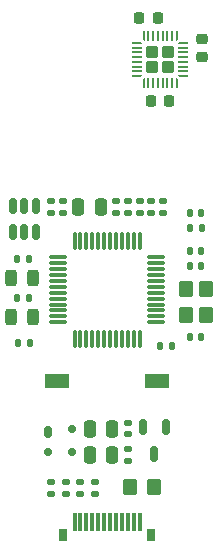
<source format=gbr>
%TF.GenerationSoftware,KiCad,Pcbnew,9.0.2+1*%
%TF.CreationDate,2025-08-04T10:31:06+02:00*%
%TF.ProjectId,ts13_dev_kit,74733133-5f64-4657-965f-6b69742e6b69,rev?*%
%TF.SameCoordinates,Original*%
%TF.FileFunction,Paste,Top*%
%TF.FilePolarity,Positive*%
%FSLAX46Y46*%
G04 Gerber Fmt 4.6, Leading zero omitted, Abs format (unit mm)*
G04 Created by KiCad (PCBNEW 9.0.2+1) date 2025-08-04 10:31:06*
%MOMM*%
%LPD*%
G01*
G04 APERTURE LIST*
G04 Aperture macros list*
%AMRoundRect*
0 Rectangle with rounded corners*
0 $1 Rounding radius*
0 $2 $3 $4 $5 $6 $7 $8 $9 X,Y pos of 4 corners*
0 Add a 4 corners polygon primitive as box body*
4,1,4,$2,$3,$4,$5,$6,$7,$8,$9,$2,$3,0*
0 Add four circle primitives for the rounded corners*
1,1,$1+$1,$2,$3*
1,1,$1+$1,$4,$5*
1,1,$1+$1,$6,$7*
1,1,$1+$1,$8,$9*
0 Add four rect primitives between the rounded corners*
20,1,$1+$1,$2,$3,$4,$5,0*
20,1,$1+$1,$4,$5,$6,$7,0*
20,1,$1+$1,$6,$7,$8,$9,0*
20,1,$1+$1,$8,$9,$2,$3,0*%
%AMFreePoly0*
4,1,14,0.314644,0.085355,0.385355,0.014644,0.400000,-0.020711,0.400000,-0.050000,0.385355,-0.085355,0.350000,-0.100000,-0.350000,-0.100000,-0.385355,-0.085355,-0.400000,-0.050000,-0.400000,0.050000,-0.385355,0.085355,-0.350000,0.100000,0.279289,0.100000,0.314644,0.085355,0.314644,0.085355,$1*%
%AMFreePoly1*
4,1,14,0.385355,0.085355,0.400000,0.050000,0.400000,0.020711,0.385355,-0.014644,0.314644,-0.085355,0.279289,-0.100000,-0.350000,-0.100000,-0.385355,-0.085355,-0.400000,-0.050000,-0.400000,0.050000,-0.385355,0.085355,-0.350000,0.100000,0.350000,0.100000,0.385355,0.085355,0.385355,0.085355,$1*%
%AMFreePoly2*
4,1,14,0.085355,0.385355,0.100000,0.350000,0.100000,-0.350000,0.085355,-0.385355,0.050000,-0.400000,-0.050000,-0.400000,-0.085355,-0.385355,-0.100000,-0.350000,-0.100000,0.279289,-0.085355,0.314644,-0.014644,0.385355,0.020711,0.400000,0.050000,0.400000,0.085355,0.385355,0.085355,0.385355,$1*%
%AMFreePoly3*
4,1,14,0.014644,0.385355,0.085355,0.314644,0.100000,0.279289,0.100000,-0.350000,0.085355,-0.385355,0.050000,-0.400000,-0.050000,-0.400000,-0.085355,-0.385355,-0.100000,-0.350000,-0.100000,0.350000,-0.085355,0.385355,-0.050000,0.400000,-0.020711,0.400000,0.014644,0.385355,0.014644,0.385355,$1*%
%AMFreePoly4*
4,1,14,0.385355,0.085355,0.400000,0.050000,0.400000,-0.050000,0.385355,-0.085355,0.350000,-0.100000,-0.279289,-0.100000,-0.314644,-0.085355,-0.385355,-0.014644,-0.400000,0.020711,-0.400000,0.050000,-0.385355,0.085355,-0.350000,0.100000,0.350000,0.100000,0.385355,0.085355,0.385355,0.085355,$1*%
%AMFreePoly5*
4,1,14,0.385355,0.085355,0.400000,0.050000,0.400000,-0.050000,0.385355,-0.085355,0.350000,-0.100000,-0.350000,-0.100000,-0.385355,-0.085355,-0.400000,-0.050000,-0.400000,-0.020711,-0.385355,0.014644,-0.314644,0.085355,-0.279289,0.100000,0.350000,0.100000,0.385355,0.085355,0.385355,0.085355,$1*%
%AMFreePoly6*
4,1,14,0.085355,0.385355,0.100000,0.350000,0.100000,-0.279289,0.085355,-0.314644,0.014644,-0.385355,-0.020711,-0.400000,-0.050000,-0.400000,-0.085355,-0.385355,-0.100000,-0.350000,-0.100000,0.350000,-0.085355,0.385355,-0.050000,0.400000,0.050000,0.400000,0.085355,0.385355,0.085355,0.385355,$1*%
%AMFreePoly7*
4,1,14,0.085355,0.385355,0.100000,0.350000,0.100000,-0.350000,0.085355,-0.385355,0.050000,-0.400000,0.020711,-0.400000,-0.014644,-0.385355,-0.085355,-0.314644,-0.100000,-0.279289,-0.100000,0.350000,-0.085355,0.385355,-0.050000,0.400000,0.050000,0.400000,0.085355,0.385355,0.085355,0.385355,$1*%
G04 Aperture macros list end*
%ADD10RoundRect,0.135000X-0.135000X-0.185000X0.135000X-0.185000X0.135000X0.185000X-0.135000X0.185000X0*%
%ADD11RoundRect,0.243750X-0.243750X-0.456250X0.243750X-0.456250X0.243750X0.456250X-0.243750X0.456250X0*%
%ADD12RoundRect,0.225000X-0.225000X-0.250000X0.225000X-0.250000X0.225000X0.250000X-0.225000X0.250000X0*%
%ADD13R,0.300000X1.500000*%
%ADD14R,0.800000X1.000000*%
%ADD15RoundRect,0.140000X-0.170000X0.140000X-0.170000X-0.140000X0.170000X-0.140000X0.170000X0.140000X0*%
%ADD16RoundRect,0.150000X-0.150000X0.512500X-0.150000X-0.512500X0.150000X-0.512500X0.150000X0.512500X0*%
%ADD17RoundRect,0.250000X-0.250000X-0.475000X0.250000X-0.475000X0.250000X0.475000X-0.250000X0.475000X0*%
%ADD18RoundRect,0.135000X-0.185000X0.135000X-0.185000X-0.135000X0.185000X-0.135000X0.185000X0.135000X0*%
%ADD19R,2.000000X1.250000*%
%ADD20RoundRect,0.140000X0.140000X0.170000X-0.140000X0.170000X-0.140000X-0.170000X0.140000X-0.170000X0*%
%ADD21RoundRect,0.250000X-0.285000X-0.285000X0.285000X-0.285000X0.285000X0.285000X-0.285000X0.285000X0*%
%ADD22FreePoly0,0.000000*%
%ADD23RoundRect,0.050000X-0.350000X-0.050000X0.350000X-0.050000X0.350000X0.050000X-0.350000X0.050000X0*%
%ADD24FreePoly1,0.000000*%
%ADD25FreePoly2,0.000000*%
%ADD26RoundRect,0.050000X-0.050000X-0.350000X0.050000X-0.350000X0.050000X0.350000X-0.050000X0.350000X0*%
%ADD27FreePoly3,0.000000*%
%ADD28FreePoly4,0.000000*%
%ADD29FreePoly5,0.000000*%
%ADD30FreePoly6,0.000000*%
%ADD31FreePoly7,0.000000*%
%ADD32RoundRect,0.250000X0.350000X-0.450000X0.350000X0.450000X-0.350000X0.450000X-0.350000X-0.450000X0*%
%ADD33RoundRect,0.225000X0.225000X0.250000X-0.225000X0.250000X-0.225000X-0.250000X0.225000X-0.250000X0*%
%ADD34RoundRect,0.225000X0.250000X-0.225000X0.250000X0.225000X-0.250000X0.225000X-0.250000X-0.225000X0*%
%ADD35RoundRect,0.075000X0.662500X0.075000X-0.662500X0.075000X-0.662500X-0.075000X0.662500X-0.075000X0*%
%ADD36RoundRect,0.075000X0.075000X0.662500X-0.075000X0.662500X-0.075000X-0.662500X0.075000X-0.662500X0*%
%ADD37RoundRect,0.135000X0.185000X-0.135000X0.185000X0.135000X-0.185000X0.135000X-0.185000X-0.135000X0*%
%ADD38RoundRect,0.250000X-0.350000X-0.450000X0.350000X-0.450000X0.350000X0.450000X-0.350000X0.450000X0*%
%ADD39RoundRect,0.250000X0.250000X0.475000X-0.250000X0.475000X-0.250000X-0.475000X0.250000X-0.475000X0*%
%ADD40RoundRect,0.150000X0.150000X-0.512500X0.150000X0.512500X-0.150000X0.512500X-0.150000X-0.512500X0*%
%ADD41RoundRect,0.140000X-0.140000X-0.170000X0.140000X-0.170000X0.140000X0.170000X-0.140000X0.170000X0*%
%ADD42RoundRect,0.135000X0.135000X0.185000X-0.135000X0.185000X-0.135000X-0.185000X0.135000X-0.185000X0*%
%ADD43RoundRect,0.175000X-0.175000X-0.325000X0.175000X-0.325000X0.175000X0.325000X-0.175000X0.325000X0*%
%ADD44RoundRect,0.150000X-0.200000X-0.150000X0.200000X-0.150000X0.200000X0.150000X-0.200000X0.150000X0*%
G04 APERTURE END LIST*
D10*
%TO.C,R14*%
X122390000Y-71900000D03*
X123410000Y-71900000D03*
%TD*%
D11*
%TO.C,D2*%
X121862500Y-73500000D03*
X123737500Y-73500000D03*
%TD*%
D12*
%TO.C,C2*%
X133725000Y-58500000D03*
X135275000Y-58500000D03*
%TD*%
D13*
%TO.C,J1*%
X132750000Y-94190000D03*
X132250000Y-94190000D03*
X131750000Y-94190000D03*
X131250000Y-94190000D03*
X128750000Y-94190000D03*
X128250000Y-94190000D03*
X127750000Y-94190000D03*
X127250000Y-94190000D03*
X129250000Y-94190000D03*
X129750000Y-94190000D03*
X130250000Y-94190000D03*
X130750000Y-94190000D03*
D14*
X126300000Y-95250000D03*
X133700000Y-95250000D03*
%TD*%
D15*
%TO.C,C13*%
X126250000Y-67020000D03*
X126250000Y-67980000D03*
%TD*%
D16*
%TO.C,IC3*%
X134950000Y-86112500D03*
X133050000Y-86112500D03*
X134000000Y-88387500D03*
%TD*%
D17*
%TO.C,C14*%
X127550000Y-67500000D03*
X129450000Y-67500000D03*
%TD*%
D18*
%TO.C,R7*%
X134750000Y-66940000D03*
X134750000Y-67960000D03*
%TD*%
%TO.C,R3*%
X131750000Y-66940000D03*
X131750000Y-67960000D03*
%TD*%
D10*
%TO.C,R1*%
X138010000Y-69250000D03*
X136990000Y-69250000D03*
%TD*%
D19*
%TO.C,SW1*%
X134250000Y-82250000D03*
X125750000Y-82250000D03*
%TD*%
D20*
%TO.C,C9*%
X135480000Y-79250000D03*
X134520000Y-79250000D03*
%TD*%
D21*
%TO.C,IC1*%
X133840000Y-54340000D03*
X133840000Y-55660000D03*
X135160000Y-54340000D03*
X135160000Y-55660000D03*
D22*
X132550000Y-53600000D03*
D23*
X132550000Y-54000000D03*
X132550000Y-54400000D03*
X132550000Y-54800000D03*
X132550000Y-55200000D03*
X132550000Y-55600000D03*
X132550000Y-56000000D03*
D24*
X132550000Y-56400000D03*
D25*
X133100000Y-56950000D03*
D26*
X133500000Y-56950000D03*
X133900000Y-56950000D03*
X134300000Y-56950000D03*
X134700000Y-56950000D03*
X135100000Y-56950000D03*
X135500000Y-56950000D03*
D27*
X135900000Y-56950000D03*
D28*
X136450000Y-56400000D03*
D23*
X136450000Y-56000000D03*
X136450000Y-55600000D03*
X136450000Y-55200000D03*
X136450000Y-54800000D03*
X136450000Y-54400000D03*
X136450000Y-54000000D03*
D29*
X136450000Y-53600000D03*
D30*
X135900000Y-53050000D03*
D26*
X135500000Y-53050000D03*
X135100000Y-53050000D03*
X134700000Y-53050000D03*
X134300000Y-53050000D03*
X133900000Y-53050000D03*
X133500000Y-53050000D03*
D31*
X133100000Y-53050000D03*
%TD*%
D32*
%TO.C,X1*%
X138350000Y-76600000D03*
X138350000Y-74400000D03*
X136650000Y-74400000D03*
X136650000Y-76600000D03*
%TD*%
D15*
%TO.C,C5*%
X131750000Y-88020000D03*
X131750000Y-88980000D03*
%TD*%
D11*
%TO.C,D1*%
X121862500Y-76800000D03*
X123737500Y-76800000D03*
%TD*%
D10*
%TO.C,R13*%
X122390000Y-75200000D03*
X123410000Y-75200000D03*
%TD*%
D33*
%TO.C,C1*%
X134275000Y-51500000D03*
X132725000Y-51500000D03*
%TD*%
D34*
%TO.C,C3*%
X138000000Y-54775000D03*
X138000000Y-53225000D03*
%TD*%
D20*
%TO.C,C11*%
X137980000Y-78500000D03*
X137020000Y-78500000D03*
%TD*%
D35*
%TO.C,IC2*%
X134162500Y-77250000D03*
X134162500Y-76750000D03*
X134162500Y-76250000D03*
X134162500Y-75750000D03*
X134162500Y-75250000D03*
X134162500Y-74750000D03*
X134162500Y-74250000D03*
X134162500Y-73750000D03*
X134162500Y-73250000D03*
X134162500Y-72750000D03*
X134162500Y-72250000D03*
X134162500Y-71750000D03*
D36*
X132750000Y-70337500D03*
X132250000Y-70337500D03*
X131750000Y-70337500D03*
X131250000Y-70337500D03*
X130750000Y-70337500D03*
X130250000Y-70337500D03*
X129750000Y-70337500D03*
X129250000Y-70337500D03*
X128750000Y-70337500D03*
X128250000Y-70337500D03*
X127750000Y-70337500D03*
X127250000Y-70337500D03*
D35*
X125837500Y-71750000D03*
X125837500Y-72250000D03*
X125837500Y-72750000D03*
X125837500Y-73250000D03*
X125837500Y-73750000D03*
X125837500Y-74250000D03*
X125837500Y-74750000D03*
X125837500Y-75250000D03*
X125837500Y-75750000D03*
X125837500Y-76250000D03*
X125837500Y-76750000D03*
X125837500Y-77250000D03*
D36*
X127250000Y-78662500D03*
X127750000Y-78662500D03*
X128250000Y-78662500D03*
X128750000Y-78662500D03*
X129250000Y-78662500D03*
X129750000Y-78662500D03*
X130250000Y-78662500D03*
X130750000Y-78662500D03*
X131250000Y-78662500D03*
X131750000Y-78662500D03*
X132250000Y-78662500D03*
X132750000Y-78662500D03*
%TD*%
D37*
%TO.C,R12*%
X125250000Y-68010000D03*
X125250000Y-66990000D03*
%TD*%
D38*
%TO.C,F1*%
X131959484Y-91208019D03*
X133959484Y-91208019D03*
%TD*%
D39*
%TO.C,C4*%
X130450000Y-88500000D03*
X128550000Y-88500000D03*
%TD*%
D18*
%TO.C,R5*%
X133750000Y-66940000D03*
X133750000Y-67960000D03*
%TD*%
D40*
%TO.C,IC4*%
X122050000Y-69637500D03*
X123000000Y-69637500D03*
X123950000Y-69637500D03*
X123950000Y-67362500D03*
X123000000Y-67362500D03*
X122050000Y-67362500D03*
%TD*%
D37*
%TO.C,R10*%
X126500000Y-91760000D03*
X126500000Y-90740000D03*
%TD*%
D41*
%TO.C,C12*%
X137020000Y-72500000D03*
X137980000Y-72500000D03*
%TD*%
D18*
%TO.C,R2*%
X130750000Y-66940000D03*
X130750000Y-67960000D03*
%TD*%
%TO.C,R11*%
X127750000Y-90740000D03*
X127750000Y-91760000D03*
%TD*%
D41*
%TO.C,C10*%
X137020000Y-71250000D03*
X137980000Y-71250000D03*
%TD*%
D20*
%TO.C,C8*%
X137980000Y-68000000D03*
X137020000Y-68000000D03*
%TD*%
D39*
%TO.C,C7*%
X130450000Y-86250000D03*
X128550000Y-86250000D03*
%TD*%
D15*
%TO.C,C6*%
X131750000Y-85770000D03*
X131750000Y-86730000D03*
%TD*%
D18*
%TO.C,R4*%
X132750000Y-66940000D03*
X132750000Y-67960000D03*
%TD*%
D37*
%TO.C,R8*%
X129000000Y-91760000D03*
X129000000Y-90740000D03*
%TD*%
%TO.C,R9*%
X125250000Y-91760000D03*
X125250000Y-90740000D03*
%TD*%
D42*
%TO.C,R6*%
X123510000Y-79000000D03*
X122490000Y-79000000D03*
%TD*%
D43*
%TO.C,D3*%
X125000000Y-86500000D03*
D44*
X125000000Y-88200000D03*
X127000000Y-88200000D03*
X127000000Y-86300000D03*
%TD*%
M02*

</source>
